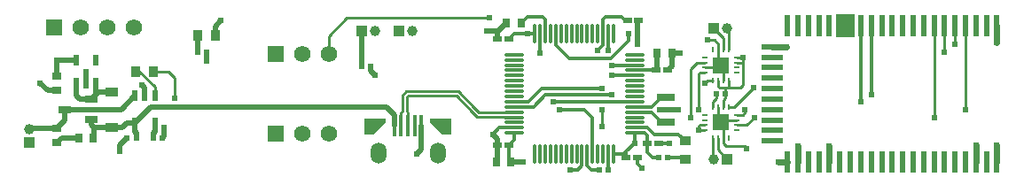
<source format=gtl>
G04 Layer: TopLayer*
G04 EasyEDA v6.5.22, 2023-02-02 12:04:13*
G04 e40c6f2ac48d42a8ab01bc531f02f979,d89026aa57f64e8aa15d5895f5b481f1,10*
G04 Gerber Generator version 0.2*
G04 Scale: 100 percent, Rotated: No, Reflected: No *
G04 Dimensions in millimeters *
G04 leading zeros omitted , absolute positions ,4 integer and 5 decimal *
%FSLAX45Y45*%
%MOMM*%

%AMMACRO1*4,1,5,1.05,-0.8,1.05,0.8,-1.05,0.8,-1.05,0.45,0.1999,-0.8,1.05,-0.8,0*%
%AMMACRO2*4,1,5,-1.05,-0.8,-1.05,0.8,1.05,0.8,1.0499,0.45,-0.2001,-0.8,-1.05,-0.8,0*%
%AMMACRO3*21,1,$1,$2,0,0,$3*%
%ADD10C,0.2540*%
%ADD11C,0.2500*%
%ADD12C,0.6000*%
%ADD13C,0.5000*%
%ADD14C,0.3000*%
%ADD15R,0.4000X2.0000*%
%ADD16MACRO1*%
%ADD17MACRO2*%
%ADD18R,0.8000X0.9000*%
%ADD19MACRO3,0.54X0.5656X90.0000*%
%ADD20MACRO3,0.54X0.5656X-90.0000*%
%ADD21MACRO3,0.54X0.5656X0.0000*%
%ADD22R,0.5400X0.5657*%
%ADD23R,1.0000X0.8999*%
%ADD24R,0.8999X1.0000*%
%ADD25R,0.2500X0.6000*%
%ADD26R,0.6000X0.2500*%
%ADD27R,1.5000X1.5000*%
%ADD28R,0.9000X0.8000*%
%ADD29MACRO3,0.54X0.7901X90.0000*%
%ADD30MACRO3,0.54X0.7901X-90.0000*%
%ADD31R,1.1500X0.9500*%
%ADD32R,0.6000X1.0000*%
%ADD33R,1.2500X0.7000*%
%ADD34O,0.2999994X1.9999959999999999*%
%ADD35O,1.9999959999999999X0.2999994*%
%ADD36R,1.7000X0.6500*%
%ADD37R,1.7000X0.5000*%
%ADD38R,0.6000X2.0000*%
%ADD39R,2.0000X0.6000*%
%ADD40O,1.499997X1.9999959999999999*%
%ADD41R,1.0000X1.0000*%
%ADD42C,1.0000*%
%ADD43C,1.5748*%
%ADD44R,1.5748X1.5748*%
%ADD45C,0.6096*%
%ADD46C,0.0168*%

%LPD*%
D10*
X3812491Y-1104999D02*
G01*
X3812491Y-979599D01*
X3800292Y-967399D01*
X3800292Y-865799D01*
X3800292Y-830419D01*
X3811310Y-819401D01*
X4274477Y-819401D01*
X4433173Y-978098D01*
X4475373Y-1020297D01*
X4633716Y-1020297D01*
X4735316Y-1020297D01*
X4740010Y-1024991D01*
X4825009Y-1024991D01*
X3747493Y-1104999D02*
G01*
X3747493Y-979599D01*
X3759692Y-967399D01*
X3759692Y-865799D01*
X3759692Y-813602D01*
X3794493Y-778802D01*
X4291294Y-778802D01*
X4449991Y-937498D01*
X4492190Y-979698D01*
X4633716Y-979698D01*
X4735316Y-979698D01*
X4740010Y-975004D01*
X4825009Y-975004D01*
D11*
X3053994Y-418998D02*
G01*
X3053994Y-246001D01*
X3224994Y-75001D01*
X4587491Y-75001D01*
D12*
X9237512Y-1450022D02*
G01*
X9237477Y-1449992D01*
X9237477Y-1287515D01*
X9437502Y-1450007D02*
G01*
X9437471Y-1449976D01*
X9437471Y-1287500D01*
X7837505Y-1450012D02*
G01*
X7837505Y-1299999D01*
X7537500Y-1450009D02*
G01*
X7537500Y-1299997D01*
D11*
X6824979Y-1181298D02*
G01*
X6824979Y-1274991D01*
X6849986Y-1299997D01*
X7024984Y-1299997D01*
X7049985Y-1324998D01*
D13*
X6182995Y-575005D02*
G01*
X6192494Y-565505D01*
X6192494Y-501848D01*
X6192494Y-501848D02*
G01*
X6192494Y-412495D01*
D14*
X5974968Y-624992D02*
G01*
X5762487Y-624992D01*
D13*
X6332499Y-412495D02*
G01*
X6412486Y-412495D01*
X6291986Y-575005D02*
G01*
X6332499Y-534492D01*
X6332499Y-412495D01*
D14*
X5908040Y-100076D02*
G01*
X5887465Y-100076D01*
X5849874Y-62484D01*
X5700013Y-62484D01*
X5674868Y-87376D01*
X5674868Y-337621D01*
X5624990Y-387499D01*
X5724984Y-225016D02*
G01*
X5724984Y-387502D01*
X5724982Y-387502D01*
D13*
X6005779Y-224993D02*
G01*
X6005779Y-325000D01*
X6017006Y-99999D02*
G01*
X6005779Y-111226D01*
X6005779Y-224993D01*
D14*
X5225034Y-225044D02*
G01*
X5225034Y-337565D01*
X5350002Y-462534D01*
X5750052Y-462534D01*
X5919215Y-293370D01*
X5919215Y-225044D01*
D13*
X4794986Y-1450009D02*
G01*
X4912489Y-1450009D01*
D14*
X5074996Y-225018D02*
G01*
X5074996Y-412498D01*
D13*
X4562490Y-199999D02*
G01*
X4670475Y-199999D01*
X4754981Y-124993D02*
G01*
X4670475Y-209499D01*
X4670475Y-275005D01*
D14*
X4825009Y-1124991D02*
G01*
X4687498Y-1124991D01*
X4624992Y-1187498D01*
D13*
X4670475Y-1287500D02*
G01*
X4670475Y-1232982D01*
X4624992Y-1187498D01*
X4654981Y-1450009D02*
G01*
X4670475Y-1434515D01*
X4670475Y-1287500D01*
X3942486Y-1105001D02*
G01*
X3942486Y-1332504D01*
X3899992Y-1374998D01*
X3500003Y-624994D02*
G01*
X3455797Y-580788D01*
X3455797Y-537507D01*
X737488Y-697509D02*
G01*
X737496Y-587496D01*
X299999Y-699996D02*
G01*
X370004Y-770001D01*
X462508Y-770001D01*
X462508Y-1270000D02*
G01*
X507517Y-1224991D01*
X563293Y-1224991D01*
X563293Y-1224991D02*
G01*
X667486Y-1224991D01*
X1131719Y-1224991D02*
G01*
X1062507Y-1294203D01*
X1062507Y-1350010D01*
X1468272Y-1224991D02*
G01*
X1487497Y-1205765D01*
X1487497Y-1124999D01*
X1587500Y-930782D02*
G01*
X1354226Y-930782D01*
X1205001Y-1080007D01*
D11*
X1394993Y-819988D02*
G01*
X1394993Y-732495D01*
X1250000Y-587502D01*
X1215009Y-587502D01*
X1385003Y-587499D02*
G01*
X1524998Y-587499D01*
X1587497Y-649998D01*
X1587497Y-844217D01*
D13*
X1299994Y-819988D02*
G01*
X1299994Y-737486D01*
X1275003Y-712495D01*
D11*
X6843268Y-799998D02*
G01*
X6843268Y-737615D01*
X6874840Y-924991D02*
G01*
X6924992Y-924991D01*
X7112485Y-737499D01*
X6649986Y-699998D02*
G01*
X6674980Y-675004D01*
X6725132Y-675004D01*
X8937497Y-150012D02*
G01*
X8937497Y-399999D01*
X9037482Y-325000D02*
G01*
X9037497Y-150012D01*
X5662488Y-949998D02*
G01*
X5662488Y-1112497D01*
X6587490Y-712470D02*
G01*
X6587490Y-949960D01*
X6649974Y-599694D02*
G01*
X6600190Y-599694D01*
X6587490Y-612394D01*
X6587490Y-712470D01*
X7031888Y-949960D02*
G01*
X7031888Y-980594D01*
X7012282Y-1000201D01*
X6949998Y-1000201D01*
X9137482Y-949960D02*
G01*
X9137497Y-150012D01*
X6512483Y-1024991D02*
G01*
X6512483Y-562500D01*
X6575188Y-499795D01*
X6649976Y-499795D01*
X8837482Y-1024999D02*
G01*
X8837498Y-150012D01*
X6949998Y-1100201D02*
G01*
X7049782Y-1100201D01*
X7124984Y-1024999D01*
X6649974Y-1150112D02*
G01*
X6587490Y-1150112D01*
X6587490Y-1150112D02*
G01*
X6587490Y-1150112D01*
X6587490Y-1112520D01*
X6600190Y-1100073D01*
X6649974Y-1100073D01*
X6824979Y-1224991D02*
G01*
X6824979Y-1099997D01*
X6799986Y-1075004D01*
X6949998Y-1050213D02*
G01*
X6824776Y-1050213D01*
X6799986Y-1075004D01*
X6774840Y-924991D02*
G01*
X6774840Y-1049858D01*
X6799986Y-1075004D01*
X6775195Y-674878D02*
G01*
X6775195Y-725170D01*
X6787641Y-737615D01*
X6987286Y-737615D01*
X7012431Y-712470D01*
X7012485Y-449999D01*
X6949973Y-499795D02*
G01*
X7012485Y-499795D01*
X7012485Y-449999D02*
G01*
X7012485Y-449999D01*
X6999731Y-449834D01*
X6949947Y-449834D01*
X6875145Y-675004D02*
G01*
X6875145Y-737499D01*
X6825132Y-675004D02*
G01*
X6825132Y-550138D01*
X6799986Y-524992D01*
X6724827Y-924991D02*
G01*
X6724827Y-875156D01*
X6756704Y-843279D01*
X6756704Y-799998D01*
X6824827Y-924991D02*
G01*
X6824827Y-862657D01*
X6843268Y-844217D01*
X6843268Y-799998D01*
X6774992Y-375005D02*
G01*
X6774992Y-499998D01*
X6799986Y-524992D01*
X6649999Y-549782D02*
G01*
X6775195Y-549782D01*
X6799986Y-524992D01*
X6674993Y-287502D02*
G01*
X6737484Y-287502D01*
X6774990Y-325010D01*
X6774990Y-375003D01*
D12*
X7287493Y-349989D02*
G01*
X7287516Y-350012D01*
X7424978Y-350012D01*
D14*
X5662498Y-750011D02*
G01*
X5087475Y-750011D01*
X4962486Y-874996D01*
X4825006Y-875004D01*
X8137499Y-150012D02*
G01*
X8137499Y-874999D01*
X8237474Y-812495D02*
G01*
X8237474Y-150037D01*
X8237499Y-150012D01*
X4825006Y-924991D02*
G01*
X5012494Y-924991D01*
X5124991Y-812495D01*
X5762497Y-812495D01*
X7937500Y-150012D02*
G01*
X8037499Y-150012D01*
X6004483Y-1412496D02*
G01*
X6004483Y-1466977D01*
X6050000Y-1512493D01*
X6204483Y-1275003D02*
G01*
X6204488Y-1274998D01*
X6312486Y-1274998D01*
X5974989Y-1275003D02*
G01*
X5974968Y-1175004D01*
X5895492Y-1354500D02*
G01*
X5875014Y-1374978D01*
X5857976Y-1374978D01*
X5895492Y-1412494D02*
G01*
X5857976Y-1374978D01*
X5774994Y-1374978D01*
X5974989Y-1275003D02*
G01*
X5895492Y-1354500D01*
X5895492Y-1412494D01*
X5724982Y-1374978D02*
G01*
X5724982Y-1524998D01*
X5262499Y-950010D02*
G01*
X5499996Y-950010D01*
X5574990Y-1025004D01*
X5574990Y-1374980D01*
X5974966Y-875004D02*
G01*
X5199989Y-875004D01*
X5199989Y-875004D01*
D13*
X3369198Y-537512D02*
G01*
X3369198Y-204802D01*
X3374003Y-199997D01*
X1893290Y-399999D02*
G01*
X1893290Y-487499D01*
X1972487Y-237489D02*
G01*
X1972487Y-152509D01*
X2024997Y-99999D01*
X1806702Y-399999D02*
G01*
X1806702Y-241706D01*
X1802485Y-237489D01*
X462498Y-477494D02*
G01*
X462508Y-629996D01*
X642493Y-477494D02*
G01*
X462498Y-477494D01*
X6274991Y-950013D02*
G01*
X6392491Y-950013D01*
X6392494Y-950010D01*
D12*
X7437500Y-1450009D02*
G01*
X7349985Y-1450009D01*
X9437497Y-150012D02*
G01*
X9437497Y-312498D01*
D14*
X5974968Y-524992D02*
G01*
X5974961Y-525000D01*
X5762487Y-525000D01*
X5524982Y-1374978D02*
G01*
X5524982Y-1487492D01*
X5562488Y-1524998D01*
X5637489Y-1524998D01*
X5362498Y-1524990D02*
G01*
X5437499Y-1524990D01*
X5474990Y-1487500D01*
X5474990Y-1374980D01*
D11*
X6774992Y-1224991D02*
G01*
X6774992Y-1336497D01*
X6863486Y-1424990D01*
X6724980Y-1224991D02*
G01*
X6724980Y-1413484D01*
X6736486Y-1424990D01*
X6824979Y-375005D02*
G01*
X6824979Y-263499D01*
X6736486Y-175005D01*
X6874992Y-375005D02*
G01*
X6874992Y-186512D01*
X6863486Y-175005D01*
D14*
X4794986Y-1450009D02*
G01*
X4779492Y-1434515D01*
X4779492Y-1287500D01*
X4779492Y-1287500D02*
G01*
X4825009Y-1241983D01*
X4825009Y-1175004D01*
X5974968Y-575005D02*
G01*
X6182995Y-575005D01*
X4779492Y-275005D02*
G01*
X4829479Y-225018D01*
X4954760Y-225018D01*
X4954760Y-225018D02*
G01*
X5024983Y-225018D01*
X5124983Y-225018D02*
G01*
X5124983Y-87492D01*
X5099989Y-62499D01*
X4957480Y-62499D01*
X4894986Y-124993D01*
X5974968Y-924991D02*
G01*
X6137493Y-924991D01*
X6232476Y-830008D01*
X6274988Y-830008D01*
X5974968Y-975004D02*
G01*
X6137493Y-975004D01*
X6232476Y-1069987D01*
X6274988Y-1069987D01*
D13*
X987496Y-1119238D02*
G01*
X1087498Y-1119238D01*
X1126728Y-1080007D01*
X1205001Y-1080007D01*
X1205001Y-819988D02*
G01*
X1074991Y-949998D01*
X537530Y-949998D01*
X199999Y-1136497D02*
G01*
X206502Y-1129995D01*
X462498Y-1129995D01*
X462498Y-1129995D02*
G01*
X537530Y-1054963D01*
X537530Y-949998D01*
X1737367Y-930780D02*
G01*
X3605776Y-930780D01*
X3682494Y-1007498D01*
X3682494Y-1104999D01*
X1587497Y-930780D02*
G01*
X1737367Y-930780D01*
X987496Y-1119238D02*
G01*
X812497Y-1119238D01*
X787466Y-1094206D01*
X787466Y-1044994D01*
X812497Y-1119238D02*
G01*
X812497Y-1219997D01*
X807499Y-1224996D01*
X787466Y-855002D02*
G01*
X832479Y-809988D01*
X832479Y-697496D01*
X987496Y-780757D02*
G01*
X861710Y-780757D01*
X832479Y-809988D01*
X642513Y-697496D02*
G01*
X642513Y-817511D01*
X680003Y-855002D01*
X787466Y-855002D01*
X1218277Y-1224996D02*
G01*
X1218277Y-1174998D01*
X1205001Y-1161722D01*
X1205001Y-1080007D01*
X1381714Y-1224996D02*
G01*
X1381714Y-1174998D01*
X1394993Y-1161719D01*
X1394993Y-1080007D01*
D14*
X5974968Y-1175004D02*
G01*
X6074994Y-1175004D01*
X6095479Y-1195489D01*
X6095479Y-1274998D01*
X6206705Y-1412496D02*
G01*
X6149987Y-1412496D01*
X6095479Y-1357988D01*
X6095479Y-1274998D01*
X6293269Y-1412496D02*
G01*
X6452478Y-1412496D01*
X6462486Y-1422504D01*
X5974968Y-1124991D02*
G01*
X6099980Y-1124991D01*
X6162487Y-1187498D01*
X6397482Y-1187498D01*
X6462486Y-1252501D01*
D15*
G01*
X3682542Y-1104900D03*
G01*
X3747541Y-1104900D03*
G01*
X3812540Y-1104900D03*
G01*
X3877538Y-1104900D03*
G01*
X3942537Y-1104900D03*
D16*
G01*
X4122552Y-1114902D03*
D17*
G01*
X3502540Y-1114902D03*
D18*
G01*
X4894986Y-124993D03*
G01*
X4754981Y-124993D03*
D19*
G01*
X1218279Y-1224996D03*
G01*
X1131713Y-1224996D03*
D20*
G01*
X1381713Y-1224996D03*
G01*
X1468278Y-1224996D03*
D19*
G01*
X1893279Y-400001D03*
G01*
X1806713Y-400001D03*
D20*
G01*
X5919204Y-225000D03*
G01*
X6005770Y-225000D03*
G01*
X6206704Y-1412496D03*
G01*
X6293270Y-1412496D03*
D19*
G01*
X6843269Y-799998D03*
G01*
X6756703Y-799998D03*
D20*
G01*
X3369209Y-537499D03*
G01*
X3455775Y-537499D03*
D21*
G01*
X1587497Y-844215D03*
D22*
G01*
X1587500Y-930782D03*
D23*
G01*
X6462496Y-1252499D03*
G01*
X6462496Y-1422501D03*
D24*
G01*
X1215009Y-587502D03*
G01*
X1385011Y-587502D03*
G01*
X1972487Y-237489D03*
G01*
X1802485Y-237489D03*
D25*
G01*
X6874840Y-924991D03*
G01*
X6824827Y-924991D03*
G01*
X6774840Y-924991D03*
G01*
X6724827Y-924991D03*
D26*
G01*
X6649999Y-1000201D03*
G01*
X6649999Y-1050213D03*
G01*
X6649999Y-1100201D03*
G01*
X6649999Y-1150213D03*
D25*
G01*
X6724980Y-1224991D03*
G01*
X6774992Y-1224991D03*
G01*
X6824979Y-1224991D03*
G01*
X6874840Y-1224991D03*
D26*
G01*
X6949998Y-1150213D03*
G01*
X6949998Y-1100201D03*
G01*
X6949998Y-1050213D03*
G01*
X6949998Y-1000201D03*
D27*
G01*
X6799986Y-1075004D03*
D25*
G01*
X6725132Y-675004D03*
G01*
X6775145Y-675004D03*
G01*
X6825132Y-675004D03*
G01*
X6875145Y-675004D03*
D26*
G01*
X6949998Y-599795D03*
G01*
X6949998Y-549782D03*
G01*
X6949973Y-499795D03*
G01*
X6949998Y-449783D03*
D25*
G01*
X6874992Y-375005D03*
G01*
X6824979Y-375005D03*
G01*
X6774992Y-375005D03*
G01*
X6725132Y-375005D03*
D26*
G01*
X6649999Y-449783D03*
G01*
X6649974Y-499795D03*
G01*
X6649999Y-549782D03*
G01*
X6649999Y-599795D03*
D27*
G01*
X6799986Y-524992D03*
D28*
G01*
X462508Y-629996D03*
G01*
X462508Y-770001D03*
D18*
G01*
X807491Y-1224991D03*
G01*
X667486Y-1224991D03*
D28*
G01*
X462508Y-1129995D03*
G01*
X462508Y-1270000D03*
D18*
G01*
X4794986Y-1450009D03*
G01*
X4654981Y-1450009D03*
G01*
X6192494Y-412495D03*
G01*
X6332499Y-412495D03*
D29*
G01*
X4779497Y-1287498D03*
G01*
X4670485Y-1287498D03*
G01*
X4779497Y-275000D03*
G01*
X4670485Y-275000D03*
D30*
G01*
X5907981Y-99999D03*
G01*
X6016993Y-99999D03*
G01*
X6095481Y-1274998D03*
G01*
X6204493Y-1274998D03*
G01*
X5895482Y-1412496D03*
G01*
X6004493Y-1412496D03*
G01*
X6182982Y-575000D03*
G01*
X6291994Y-575000D03*
D31*
G01*
X987501Y-1119251D03*
G01*
X987501Y-780770D03*
D32*
G01*
X737488Y-697509D03*
G01*
X832485Y-697509D03*
G01*
X642518Y-697509D03*
G01*
X832510Y-477494D03*
G01*
X642493Y-477494D03*
G01*
X1394993Y-1080007D03*
G01*
X1205001Y-1080007D03*
G01*
X1205001Y-819988D03*
G01*
X1299997Y-819988D03*
G01*
X1394993Y-819988D03*
D33*
G01*
X537540Y-950010D03*
G01*
X787476Y-855014D03*
G01*
X787476Y-1044981D03*
D34*
G01*
X5774994Y-1374978D03*
G01*
X5724982Y-1374978D03*
G01*
X5674995Y-1374978D03*
G01*
X5624982Y-1374978D03*
G01*
X5574995Y-1374978D03*
G01*
X5524982Y-1374978D03*
G01*
X5474995Y-1374978D03*
G01*
X5424982Y-1374978D03*
G01*
X5374995Y-1374978D03*
G01*
X5324983Y-1374978D03*
G01*
X5274995Y-1374978D03*
G01*
X5224983Y-1374978D03*
G01*
X5174995Y-1374978D03*
G01*
X5124983Y-1374978D03*
G01*
X5074996Y-1374978D03*
G01*
X5024983Y-1374978D03*
D35*
G01*
X4825009Y-1175004D03*
G01*
X4825009Y-1124991D03*
G01*
X4825009Y-1075004D03*
G01*
X4825009Y-1024991D03*
G01*
X4825009Y-975004D03*
G01*
X4825009Y-924991D03*
G01*
X4825009Y-875004D03*
G01*
X4825009Y-824992D03*
G01*
X4825009Y-775004D03*
G01*
X4825009Y-724992D03*
G01*
X4825009Y-675004D03*
G01*
X4825009Y-624992D03*
G01*
X4825009Y-575005D03*
G01*
X4825009Y-524992D03*
G01*
X4825009Y-475005D03*
G01*
X4825009Y-424992D03*
D34*
G01*
X5024983Y-225018D03*
G01*
X5074996Y-225018D03*
G01*
X5124983Y-225018D03*
G01*
X5174995Y-225018D03*
G01*
X5224983Y-225018D03*
G01*
X5274995Y-225018D03*
G01*
X5324983Y-225018D03*
G01*
X5374995Y-225018D03*
G01*
X5424982Y-225018D03*
G01*
X5474995Y-225018D03*
G01*
X5524982Y-225018D03*
G01*
X5574995Y-225018D03*
G01*
X5624982Y-225018D03*
G01*
X5674995Y-225018D03*
G01*
X5724982Y-225018D03*
G01*
X5774994Y-225018D03*
D35*
G01*
X5974968Y-424992D03*
G01*
X5974968Y-475005D03*
G01*
X5974968Y-524992D03*
G01*
X5974968Y-575005D03*
G01*
X5974968Y-624992D03*
G01*
X5974968Y-675004D03*
G01*
X5974968Y-724992D03*
G01*
X5974968Y-775004D03*
G01*
X5974968Y-824992D03*
G01*
X5974968Y-875004D03*
G01*
X5974968Y-924991D03*
G01*
X5974968Y-975004D03*
G01*
X5974968Y-1024991D03*
G01*
X5974968Y-1075004D03*
G01*
X5974968Y-1124991D03*
G01*
X5974968Y-1175004D03*
D36*
G01*
X6274993Y-1070000D03*
D37*
G01*
X6274993Y-950010D03*
D36*
G01*
X6274993Y-829995D03*
D38*
G01*
X9437497Y-1450009D03*
G01*
X9337497Y-1450009D03*
G01*
X9237497Y-1450009D03*
G01*
X9137497Y-1450009D03*
G01*
X9037497Y-1450009D03*
G01*
X8937497Y-1450009D03*
G01*
X8837498Y-1450009D03*
G01*
X8737498Y-1450009D03*
G01*
X8637498Y-1450009D03*
G01*
X8537498Y-1450009D03*
G01*
X8437499Y-1450009D03*
G01*
X8337499Y-1450009D03*
G01*
X8237499Y-1450009D03*
G01*
X8137499Y-1450009D03*
G01*
X8037499Y-1450009D03*
G01*
X7937500Y-1450009D03*
G01*
X7837500Y-1450009D03*
G01*
X7737500Y-1450009D03*
G01*
X7637500Y-1450009D03*
G01*
X7537500Y-1450009D03*
G01*
X7437500Y-1450009D03*
D39*
G01*
X7287488Y-1249984D03*
G01*
X7287488Y-1149985D03*
G01*
X7287488Y-1050010D03*
G01*
X7287488Y-950010D03*
G01*
X7287488Y-850011D03*
G01*
X7287488Y-750011D03*
G01*
X7287488Y-650011D03*
G01*
X7287488Y-550011D03*
G01*
X7287488Y-450011D03*
G01*
X7287488Y-349986D03*
D38*
G01*
X7437500Y-150012D03*
G01*
X7537500Y-150012D03*
G01*
X7637500Y-150012D03*
G01*
X7737500Y-150012D03*
G01*
X7837500Y-150012D03*
G01*
X7937500Y-150012D03*
G01*
X8037499Y-150012D03*
G01*
X8137499Y-150012D03*
G01*
X8237499Y-150012D03*
G01*
X8337499Y-150012D03*
G01*
X8437499Y-150012D03*
G01*
X8537498Y-150012D03*
G01*
X8637498Y-150012D03*
G01*
X8737498Y-150012D03*
G01*
X8837498Y-150012D03*
G01*
X8937497Y-150012D03*
G01*
X9037497Y-150012D03*
G01*
X9137497Y-150012D03*
G01*
X9237497Y-150012D03*
G01*
X9337497Y-150012D03*
G01*
X9437497Y-150012D03*
G36*
X7899984Y-37490D02*
G01*
X8074990Y-37490D01*
X8074990Y-262483D01*
X7899984Y-262483D01*
G37*
D40*
G01*
X3529533Y-1369898D03*
G01*
X4095546Y-1369898D03*
D41*
G01*
X3373983Y-199999D03*
D42*
G01*
X3501009Y-199999D03*
D41*
G01*
X6736486Y-175005D03*
D42*
G01*
X6863486Y-175005D03*
D41*
G01*
X6863486Y-1424990D03*
D42*
G01*
X6736486Y-1424990D03*
D41*
G01*
X3723995Y-199999D03*
D42*
G01*
X3850995Y-199999D03*
D41*
G01*
X199999Y-1263497D03*
D42*
G01*
X199999Y-1136497D03*
D43*
G01*
X3053994Y-418998D03*
G01*
X2799994Y-418998D03*
D44*
G01*
X2545994Y-418998D03*
G01*
X2545994Y-1180998D03*
D43*
G01*
X2799994Y-1180998D03*
G01*
X3053994Y-1180998D03*
D44*
G01*
X431495Y-162509D03*
D43*
G01*
X685495Y-162509D03*
G01*
X939495Y-162509D03*
G01*
X1193495Y-162509D03*
D45*
G01*
X1737360Y-930782D03*
G01*
X5362498Y-1524990D03*
G01*
X5637479Y-1524990D03*
G01*
X5762497Y-524992D03*
G01*
X9437497Y-312496D03*
G01*
X9437471Y-1287500D03*
G01*
X7349997Y-1450009D03*
G01*
X7537500Y-1299997D03*
G01*
X6392494Y-950010D03*
G01*
X462508Y-477494D03*
G01*
X299999Y-699998D03*
G01*
X2024989Y-99999D03*
G01*
X1893290Y-487502D03*
G01*
X5199989Y-875004D03*
G01*
X5262499Y-950010D03*
G01*
X5724982Y-1524990D03*
G01*
X5974994Y-1275003D03*
G01*
X6312484Y-1275003D03*
G01*
X6050000Y-1512493D03*
G01*
X5762497Y-812495D03*
G01*
X8237474Y-812495D03*
G01*
X8137499Y-875004D03*
G01*
X5662498Y-750011D03*
G01*
X7424978Y-350012D03*
G01*
X6674993Y-287502D03*
G01*
X7012482Y-450011D03*
G01*
X6587490Y-1150112D03*
G01*
X7124979Y-1024991D03*
G01*
X8837472Y-1024991D03*
G01*
X6512483Y-1024991D03*
G01*
X6587490Y-950010D03*
G01*
X9137472Y-949960D03*
G01*
X7031888Y-949960D03*
G01*
X5662498Y-950010D03*
G01*
X5662498Y-1112494D03*
G01*
X4587493Y-75006D03*
G01*
X9037472Y-324993D03*
G01*
X8937497Y-399999D03*
G01*
X6649999Y-699998D03*
G01*
X7112482Y-737488D03*
G01*
X1275003Y-712495D03*
G01*
X1487500Y-1124991D03*
G01*
X1062507Y-1350010D03*
G01*
X563295Y-1224991D03*
G01*
X737488Y-587502D03*
G01*
X3499993Y-624992D03*
G01*
X3899992Y-1375003D03*
G01*
X4624984Y-1187500D03*
G01*
X4562500Y-199999D03*
G01*
X4954752Y-225018D03*
G01*
X5074996Y-412495D03*
G01*
X4912486Y-1450009D03*
G01*
X5724982Y-387502D03*
G01*
X6005779Y-324993D03*
G01*
X5624982Y-387502D03*
G01*
X6412484Y-412495D03*
G01*
X5762497Y-624992D03*
G01*
X6192494Y-501853D03*
G01*
X7049998Y-1324990D03*
G01*
X7837500Y-1299997D03*
G01*
X9237472Y-1287500D03*
M02*

</source>
